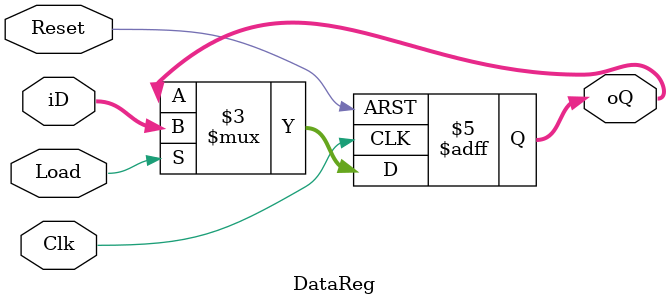
<source format=sv>
module DataReg
#(parameter N = 4)
(   output reg [N-1:0] oQ,
    input wire [N-1:0] iD,
    input wire Clk,
    input wire Load,
    input wire Reset
);
always @(posedge Clk or posedge Reset)
  begin
  	if (Reset)
		oQ = 0;	
  	else if (Load)
		oQ = iD;
  end
endmodule



</source>
